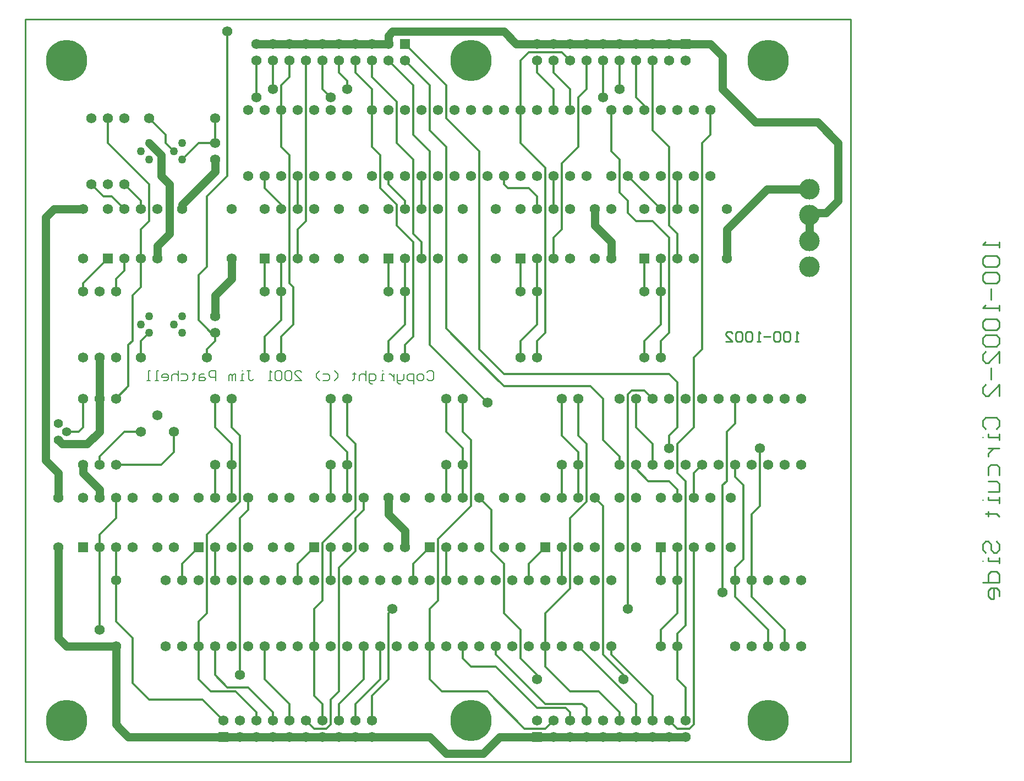
<source format=gbl>
*%FSLAX23Y23*%
*%MOIN*%
G01*
%ADD11C,0.006*%
%ADD12C,0.007*%
%ADD13C,0.008*%
%ADD14C,0.010*%
%ADD15C,0.012*%
%ADD16C,0.020*%
%ADD17C,0.032*%
%ADD18C,0.036*%
%ADD19C,0.050*%
%ADD20C,0.050*%
%ADD21C,0.052*%
%ADD22C,0.054*%
%ADD23C,0.055*%
%ADD24C,0.056*%
%ADD25C,0.059*%
%ADD26C,0.062*%
%ADD27C,0.066*%
%ADD28C,0.070*%
%ADD29C,0.090*%
%ADD30C,0.125*%
%ADD31C,0.129*%
%ADD32C,0.140*%
%ADD33C,0.160*%
%ADD34C,0.250*%
%ADD35C,0.250*%
%ADD36R,0.062X0.062*%
%ADD37R,0.066X0.066*%
D13*
X9191Y8235D02*
X9201Y8245D01*
X9221D01*
X9231Y8235D01*
Y8195D01*
X9221Y8185D01*
X9201D01*
X9191Y8195D01*
X9161Y8185D02*
X9141D01*
X9131Y8195D01*
Y8215D01*
X9141Y8225D01*
X9161D01*
X9171Y8215D01*
Y8195D01*
X9161Y8185D01*
X9111Y8165D02*
Y8225D01*
X9081D01*
X9071Y8215D01*
Y8195D01*
X9081Y8185D01*
X9111D01*
X9051Y8195D02*
Y8225D01*
Y8195D02*
X9041Y8185D01*
X9011D01*
Y8175D01*
X9021Y8165D01*
X9031D01*
X9011Y8185D02*
Y8225D01*
X8991D02*
Y8185D01*
Y8205D01*
X8981Y8215D01*
X8971Y8225D01*
X8961D01*
X8931Y8185D02*
X8911D01*
X8921D01*
Y8225D01*
X8931D01*
X8921Y8245D02*
X8922D01*
X8861Y8165D02*
X8851D01*
X8841Y8175D01*
Y8225D01*
X8871D01*
X8881Y8215D01*
Y8195D01*
X8871Y8185D01*
X8841D01*
X8821D02*
Y8245D01*
Y8215D02*
Y8185D01*
Y8215D02*
X8811Y8225D01*
X8791D01*
X8781Y8215D01*
Y8185D01*
X8751Y8225D02*
Y8235D01*
Y8225D02*
X8761D01*
X8741D01*
X8751D01*
Y8195D01*
X8741Y8185D01*
X8651Y8205D02*
X8631Y8185D01*
X8651Y8205D02*
Y8225D01*
X8631Y8245D01*
X8591Y8225D02*
X8561D01*
X8591D02*
X8601Y8215D01*
Y8195D01*
X8591Y8185D01*
X8561D01*
X8541D02*
X8521Y8205D01*
Y8225D01*
X8541Y8245D01*
X8431Y8185D02*
X8391D01*
X8431D02*
X8391Y8225D01*
Y8235D01*
X8401Y8245D01*
X8421D01*
X8431Y8235D01*
X8371D02*
X8361Y8245D01*
X8341D01*
X8331Y8235D01*
Y8195D01*
X8341Y8185D01*
X8361D01*
X8371Y8195D01*
Y8235D01*
X8311D02*
X8301Y8245D01*
X8281D01*
X8271Y8235D01*
Y8195D01*
X8281Y8185D01*
X8301D01*
X8311Y8195D01*
Y8235D01*
X8251Y8185D02*
X8231D01*
X8241D01*
Y8245D01*
X8242D01*
X8241D02*
X8251Y8235D01*
X8121Y8245D02*
X8101D01*
X8111D02*
X8121D01*
X8111D02*
Y8195D01*
X8121Y8185D01*
X8131D01*
X8141Y8195D01*
X8081Y8185D02*
X8061D01*
X8071D01*
Y8225D01*
X8081D01*
X8071Y8245D02*
X8072D01*
X8031Y8225D02*
Y8185D01*
Y8225D02*
X8021D01*
X8011Y8215D01*
Y8185D01*
Y8215D01*
X8001Y8225D01*
X7991Y8215D01*
Y8185D01*
X7911D02*
Y8245D01*
X7881D01*
X7871Y8235D01*
Y8215D01*
X7881Y8205D01*
X7911D01*
X7841Y8225D02*
X7821D01*
X7811Y8215D01*
Y8185D01*
X7841D01*
X7851Y8195D01*
X7841Y8205D01*
X7811D01*
X7781Y8225D02*
Y8235D01*
Y8225D02*
X7791D01*
X7771D01*
X7781D01*
Y8195D01*
X7771Y8185D01*
X7731Y8225D02*
X7701D01*
X7731D02*
X7741Y8215D01*
Y8195D01*
X7731Y8185D01*
X7701D01*
X7682D02*
Y8245D01*
Y8215D02*
Y8185D01*
Y8215D02*
X7672Y8225D01*
X7652D01*
X7642Y8215D01*
Y8185D01*
X7612D02*
X7592D01*
X7612D02*
X7622Y8195D01*
Y8215D01*
X7612Y8225D01*
X7592D01*
X7582Y8215D01*
Y8205D01*
X7622D01*
X7562Y8185D02*
X7542D01*
X7552D01*
Y8245D01*
X7562D01*
X7512Y8185D02*
X7492D01*
X7502D01*
Y8245D01*
X7512D01*
D14*
X12656Y8992D02*
Y9025D01*
Y9008D02*
Y8992D01*
Y9008D02*
X12556D01*
X12557D01*
X12556D02*
X12573Y9025D01*
Y8942D02*
X12556Y8925D01*
Y8892D01*
X12573Y8875D01*
X12639D01*
X12656Y8892D01*
Y8925D01*
X12639Y8942D01*
X12573D01*
Y8842D02*
X12556Y8825D01*
Y8792D01*
X12573Y8775D01*
X12639D01*
X12656Y8792D01*
Y8825D01*
X12639Y8842D01*
X12573D01*
X12606Y8742D02*
Y8675D01*
X12656Y8642D02*
Y8608D01*
Y8625D01*
X12556D01*
X12557D01*
X12556D02*
X12573Y8642D01*
Y8558D02*
X12556Y8542D01*
Y8508D01*
X12573Y8492D01*
X12639D01*
X12656Y8508D01*
Y8542D01*
X12639Y8558D01*
X12573D01*
Y8459D02*
X12556Y8442D01*
Y8409D01*
X12573Y8392D01*
X12639D01*
X12656Y8409D01*
Y8442D01*
X12639Y8459D01*
X12573D01*
X12656Y8359D02*
Y8292D01*
Y8359D02*
X12589Y8292D01*
X12573D01*
X12556Y8309D01*
Y8342D01*
X12573Y8359D01*
X12606Y8259D02*
Y8192D01*
X12656Y8159D02*
Y8092D01*
Y8159D02*
X12589Y8092D01*
X12573D01*
X12556Y8109D01*
Y8142D01*
X12573Y8159D01*
X12556Y7909D02*
X12573Y7892D01*
X12556Y7909D02*
Y7942D01*
X12573Y7959D01*
X12639D01*
X12656Y7942D01*
Y7909D01*
X12639Y7892D01*
X12656Y7859D02*
Y7825D01*
Y7842D01*
X12589D01*
Y7859D01*
X12556Y7842D02*
X12557D01*
X12589Y7775D02*
X12656D01*
X12623D01*
X12606Y7759D01*
X12589Y7742D01*
Y7725D01*
Y7659D02*
Y7609D01*
Y7659D02*
X12606Y7675D01*
X12639D01*
X12656Y7659D01*
Y7609D01*
X12639Y7575D02*
X12589D01*
X12639D02*
X12656Y7559D01*
Y7509D01*
X12589D01*
X12656Y7476D02*
Y7442D01*
Y7459D01*
X12589D01*
Y7476D01*
X12556Y7459D02*
X12557D01*
X12573Y7376D02*
X12589D01*
Y7392D01*
Y7359D01*
Y7376D01*
X12639D01*
X12656Y7359D01*
X12556Y7159D02*
X12573Y7142D01*
X12556Y7159D02*
Y7192D01*
X12573Y7209D01*
X12589D01*
X12606Y7192D01*
Y7159D01*
X12623Y7142D01*
X12639D01*
X12656Y7159D01*
Y7192D01*
X12639Y7209D01*
X12656Y7109D02*
Y7076D01*
Y7092D01*
X12589D01*
Y7109D01*
X12556Y7092D02*
X12557D01*
X12556Y6959D02*
X12656D01*
Y7009D01*
X12639Y7026D01*
X12606D01*
X12589Y7009D01*
Y6959D01*
X12656Y6909D02*
Y6876D01*
Y6909D02*
X12639Y6926D01*
X12606D01*
X12589Y6909D01*
Y6876D01*
X12606Y6859D01*
X12623D01*
Y6926D01*
X11441Y8420D02*
X11421D01*
X11431D01*
Y8480D01*
X11432D01*
X11431D02*
X11441Y8470D01*
X11391D02*
X11381Y8480D01*
X11361D01*
X11351Y8470D01*
Y8430D01*
X11361Y8420D01*
X11381D01*
X11391Y8430D01*
Y8470D01*
X11331D02*
X11321Y8480D01*
X11301D01*
X11291Y8470D01*
Y8430D01*
X11301Y8420D01*
X11321D01*
X11331Y8430D01*
Y8470D01*
X11271Y8450D02*
X11231D01*
X11211Y8420D02*
X11191D01*
X11201D01*
Y8480D01*
X11202D01*
X11201D02*
X11211Y8470D01*
X11161D02*
X11151Y8480D01*
X11131D01*
X11121Y8470D01*
Y8430D01*
X11131Y8420D01*
X11151D01*
X11161Y8430D01*
Y8470D01*
X11101D02*
X11091Y8480D01*
X11071D01*
X11061Y8470D01*
Y8430D01*
X11071Y8420D01*
X11091D01*
X11101Y8430D01*
Y8470D01*
X11041Y8420D02*
X11001D01*
X11041D02*
X11001Y8460D01*
Y8470D01*
X11011Y8480D01*
X11031D01*
X11041Y8470D01*
X11756Y10375D02*
X6756D01*
Y5875D02*
X11756D01*
Y10375D01*
X6756D02*
Y5875D01*
D15*
X7831Y6250D02*
X7956Y6125D01*
X8031Y6300D02*
X8156Y6175D01*
X8256D02*
X8106Y6325D01*
X8206Y6375D02*
X8356Y6225D01*
X10306Y6525D02*
X10556Y6275D01*
X10456Y6225D02*
X10106Y6575D01*
X10231Y6300D02*
X10356Y6175D01*
X10056Y6300D02*
X9906Y6450D01*
Y6225D02*
X9606Y6525D01*
Y6450D02*
X9856Y6200D01*
X9781Y6075D02*
X9556Y6300D01*
X11156Y6875D02*
X11356Y6675D01*
X11256D02*
X11056Y6875D01*
X10606Y9225D02*
X10431Y9400D01*
X9006Y9875D02*
X8856Y10025D01*
X9756Y9625D02*
X9906Y9475D01*
X7506Y9375D02*
X7256Y9625D01*
X10256Y6525D02*
X10381Y6400D01*
X9206Y9975D02*
X9056Y10125D01*
X9306Y8500D02*
X9481Y8325D01*
X9656Y8150D01*
X9106Y9975D02*
X8956Y10125D01*
X9206Y8400D02*
X9556Y8050D01*
X9281Y10000D02*
X9056Y10225D01*
X9306Y9775D02*
X9506Y9575D01*
Y8375D02*
X9656Y8225D01*
X8806Y6375D02*
X8656Y6225D01*
X8756D02*
X8906Y6375D01*
X7106Y8775D02*
X7256Y8925D01*
X7356Y7875D02*
X7206Y7725D01*
X9256Y7225D02*
X9456Y7425D01*
X10056Y6925D02*
X9906Y6775D01*
X8756Y7400D02*
X8556Y7200D01*
X8056Y7450D02*
X7856Y7250D01*
Y9300D02*
X7981Y9425D01*
X9781Y6075D02*
X9906D01*
X8581D02*
X8506D01*
X10706D02*
X10781D01*
X10031Y6200D02*
X9856D01*
X9906Y6225D02*
X10131D01*
X7106Y8725D02*
Y8775D01*
Y8075D02*
Y7900D01*
X7081Y7875D01*
X7506Y6250D02*
X7831D01*
X7881Y6300D02*
X8031D01*
X7981Y6325D02*
X8106D01*
X10056Y6300D02*
X10231D01*
X9556D02*
X9281D01*
X7206Y7175D02*
Y7250D01*
Y7175D02*
Y6675D01*
Y7675D02*
Y7725D01*
X7306Y6975D02*
Y6725D01*
Y6975D02*
Y7175D01*
Y7350D02*
Y7475D01*
Y8725D02*
Y8800D01*
X7256Y9625D02*
Y9775D01*
X7156Y9375D02*
X7231Y9300D01*
X7306Y6725D02*
X7406Y6625D01*
X7356Y9225D02*
X7281Y9300D01*
X7306Y7350D02*
X7206Y7250D01*
X7306Y8800D02*
X7356Y8850D01*
X7381Y8150D02*
X7306Y8075D01*
X9456Y6450D02*
X9606D01*
X7356Y8850D02*
Y8925D01*
X7406Y6625D02*
Y6350D01*
Y8425D02*
Y8700D01*
X7381Y8400D02*
Y8150D01*
X7456Y8325D02*
Y8425D01*
Y9225D02*
Y9275D01*
X7506Y9375D02*
Y9150D01*
X7456Y9100D02*
Y8925D01*
Y8750D01*
Y9275D02*
X7356Y9375D01*
X7406Y6350D02*
X7506Y6250D01*
X7606Y9675D02*
X7506Y9775D01*
X7456Y8750D02*
X7406Y8700D01*
Y8425D02*
X7381Y8400D01*
X7456Y8425D02*
X7506Y8475D01*
X7456Y9100D02*
X7506Y9150D01*
X7606Y9625D02*
Y9675D01*
X7706Y7075D02*
Y6975D01*
X7656Y7750D02*
Y7875D01*
Y9575D02*
X7606Y9625D01*
X7656Y7750D02*
X7581Y7675D01*
X7806Y7175D02*
X7706Y7075D01*
Y9525D02*
X7806Y9625D01*
Y6575D02*
Y6375D01*
Y6575D02*
Y6725D01*
Y8550D02*
Y8825D01*
X7906Y6575D02*
Y6400D01*
Y6975D02*
Y7175D01*
Y7475D02*
Y7675D01*
Y7900D02*
Y8075D01*
Y8425D02*
Y8475D01*
X7856Y8375D02*
Y8325D01*
Y7250D02*
Y6775D01*
X7906Y9625D02*
Y9775D01*
X7856Y9300D02*
Y8875D01*
X7806Y6375D02*
X7881Y6300D01*
X7856Y8500D02*
X7806Y8550D01*
X7906Y6400D02*
X7981Y6325D01*
X8006Y7800D02*
X7906Y7900D01*
X7881Y8475D02*
X7856Y8500D01*
Y6775D02*
X7806Y6725D01*
Y8825D02*
X7856Y8875D01*
X7906Y8425D02*
X7856Y8375D01*
X7981Y9425D02*
Y10300D01*
X8006Y7675D02*
Y7475D01*
Y7675D02*
Y7800D01*
Y7900D02*
Y8075D01*
X8056Y7850D02*
Y7450D01*
Y7350D02*
Y6400D01*
Y7850D02*
X8006Y7900D01*
X8106Y7400D02*
X8056Y7350D01*
X8106Y7400D02*
Y7475D01*
X8156Y6175D02*
Y6125D01*
Y9900D02*
Y10125D01*
X8206Y6575D02*
Y6375D01*
Y8325D02*
Y8450D01*
Y8725D02*
Y8925D01*
Y9350D02*
Y9425D01*
X8256Y6175D02*
Y6125D01*
Y9950D02*
Y10125D01*
X8206Y9350D02*
X8306Y9250D01*
Y8550D02*
X8206Y8450D01*
X10531Y7575D02*
X10656D01*
X8306Y8550D02*
Y8725D01*
Y8925D01*
Y9225D02*
Y9250D01*
Y9825D02*
Y9975D01*
Y8450D02*
Y8325D01*
Y9600D02*
Y9825D01*
X8356Y6225D02*
Y6125D01*
Y10025D02*
Y10125D01*
X8381Y8750D02*
Y8525D01*
X8356Y8775D02*
Y9550D01*
X8406Y7075D02*
Y6975D01*
Y9225D02*
Y9425D01*
Y9100D02*
Y8925D01*
X8456Y9200D02*
Y10125D01*
Y9200D02*
Y9150D01*
X8356Y9550D02*
X8306Y9600D01*
X8356Y8775D02*
X8381Y8750D01*
X8456Y6125D02*
X8506Y6075D01*
X8306Y9975D02*
X8356Y10025D01*
X8381Y8525D02*
X8306Y8450D01*
X8506Y7175D02*
X8406Y7075D01*
Y9100D02*
X8456Y9150D01*
X7581Y7675D02*
X7306D01*
X8506Y6575D02*
Y6275D01*
Y6575D02*
Y6800D01*
X8556Y6225D02*
Y6125D01*
Y9950D02*
Y10125D01*
Y7200D02*
Y6850D01*
X8606Y6975D02*
Y7175D01*
Y7475D02*
Y7675D01*
Y7850D02*
Y8075D01*
Y6250D02*
Y6100D01*
X8656Y6125D02*
Y6225D01*
Y6300D02*
Y7050D01*
Y10050D02*
Y10125D01*
X8506Y6275D02*
X8556Y6225D01*
X8606Y9900D02*
X8556Y9950D01*
X8606Y7850D02*
X8706Y7750D01*
Y10000D02*
X8656Y10050D01*
X8556Y6850D02*
X8506Y6800D01*
X8606Y6100D02*
X8581Y6075D01*
X8606Y6250D02*
X8656Y6300D01*
Y7050D02*
X8756Y7150D01*
X7456Y7875D02*
X7356D01*
X7081D02*
X7006D01*
X8706Y7675D02*
Y7475D01*
Y7675D02*
Y7750D01*
Y7850D02*
Y8075D01*
Y9950D02*
Y10000D01*
X8756Y6225D02*
Y6125D01*
Y10050D02*
Y10125D01*
Y7800D02*
Y7400D01*
Y7350D02*
Y7150D01*
X8806Y6575D02*
Y6375D01*
Y7400D02*
Y7475D01*
X8856Y9825D02*
Y9950D01*
Y10025D02*
Y10125D01*
Y9825D02*
Y9600D01*
Y6275D02*
Y6125D01*
X8756Y7800D02*
X8706Y7850D01*
X8856Y9950D02*
X8756Y10050D01*
X8856Y9600D02*
X8906Y9550D01*
X8806Y7400D02*
X8756Y7350D01*
X8956Y6375D02*
X8856Y6275D01*
X9656Y8150D02*
X10181D01*
X10431Y8125D02*
X10506D01*
X8906Y6575D02*
Y6375D01*
Y9350D02*
Y9550D01*
X8956Y8925D02*
Y8725D01*
Y8425D02*
Y8325D01*
Y9375D02*
Y9425D01*
Y6775D02*
Y6375D01*
X9056Y8525D02*
Y8725D01*
Y8925D01*
Y9225D02*
Y9275D01*
X9006Y9625D02*
Y9875D01*
X9056Y8400D02*
Y8325D01*
X9006Y9125D02*
Y9225D01*
Y9250D01*
X8906Y9350D01*
X8956Y9375D02*
X9056Y9275D01*
X9106Y9525D02*
X9006Y9625D01*
Y9125D02*
X9106Y9025D01*
X9056Y8525D02*
X8956Y8425D01*
X8981Y6800D02*
X8956Y6775D01*
X9056Y8400D02*
X9106Y8450D01*
X9656Y8225D02*
X10656D01*
X9106Y7075D02*
Y6975D01*
Y9075D02*
Y9525D01*
Y9025D02*
Y8450D01*
Y9675D02*
Y9975D01*
X9156Y9425D02*
Y9225D01*
Y9025D02*
Y8925D01*
X9206Y6575D02*
Y6375D01*
X9256Y6850D02*
Y7225D01*
X9206Y6800D02*
Y6575D01*
Y9700D02*
Y9975D01*
Y9575D02*
Y8400D01*
X9156Y9025D02*
X9106Y9075D01*
X9206Y9575D02*
X9106Y9675D01*
X9206Y6375D02*
X9281Y6300D01*
X9306Y9600D02*
X9206Y9700D01*
Y7175D02*
X9106Y7075D01*
X9256Y6850D02*
X9206Y6800D01*
X7906Y8475D02*
X7881D01*
X9306Y7175D02*
Y6975D01*
Y7475D02*
Y7675D01*
Y7875D02*
Y8075D01*
Y8500D02*
Y9600D01*
Y9775D02*
Y9975D01*
X9406Y6575D02*
Y6500D01*
Y7475D02*
Y7675D01*
Y7775D01*
Y7875D02*
Y8075D01*
X9456Y7825D02*
Y7425D01*
X9406Y7775D02*
X9306Y7875D01*
Y9975D02*
X9281Y10000D01*
X9406Y6500D02*
X9456Y6450D01*
Y7825D02*
X9406Y7875D01*
X9506Y8375D02*
Y9575D01*
X9581Y7400D02*
Y7150D01*
X9606Y6575D02*
Y6525D01*
X9656Y9375D02*
Y9425D01*
Y7075D02*
Y6775D01*
X9581Y7400D02*
X9506Y7475D01*
X9581Y7150D02*
X9656Y7075D01*
X9681Y9350D02*
X9656Y9375D01*
Y6775D02*
X9756Y6675D01*
Y8325D02*
Y8425D01*
Y8725D02*
Y8925D01*
Y9825D02*
Y10125D01*
Y9825D02*
Y9625D01*
Y6675D02*
Y6500D01*
X9806Y6975D02*
Y7075D01*
X9856Y8525D02*
Y8725D01*
Y8925D01*
Y9225D02*
Y9300D01*
Y10050D02*
Y10125D01*
Y8425D02*
Y8325D01*
Y6400D02*
Y6375D01*
Y6400D02*
X9756Y6500D01*
X9856Y9300D02*
X9806Y9350D01*
X9956Y9950D02*
X9856Y10050D01*
Y8525D02*
X9756Y8425D01*
Y10125D02*
X9806Y10175D01*
X9906Y7175D02*
X9806Y7075D01*
X9856Y8425D02*
X9906Y8475D01*
X10456Y9150D02*
X10556D01*
X9906Y6575D02*
Y6450D01*
Y8475D02*
Y9475D01*
Y6775D02*
Y6575D01*
X9956Y9225D02*
Y9425D01*
Y9825D02*
Y9950D01*
Y10050D02*
Y10125D01*
Y9050D02*
Y8925D01*
X10056Y6175D02*
Y6125D01*
X10006Y6975D02*
Y7175D01*
Y7475D02*
Y7675D01*
Y7850D02*
Y8075D01*
X10056Y9825D02*
Y9950D01*
X10006Y9500D02*
Y9100D01*
X10056Y7350D02*
Y6925D01*
Y9950D02*
X9956Y10050D01*
X10031Y6200D02*
X10056Y6175D01*
X10106Y7750D02*
X10006Y7850D01*
X10056Y10125D02*
X10006Y10175D01*
X9956Y6125D02*
X9906Y6075D01*
X9956Y9050D02*
X10006Y9100D01*
Y9500D02*
X10106Y9600D01*
X10081Y7375D02*
X10056Y7350D01*
X9806Y9350D02*
X9681D01*
X7281Y9300D02*
X7231D01*
X10106Y7675D02*
Y7475D01*
Y7675D02*
Y7750D01*
Y9600D02*
Y9900D01*
Y8075D02*
Y7850D01*
X10156Y6200D02*
Y6125D01*
Y9950D02*
Y10125D01*
Y7800D02*
Y7450D01*
X10256Y9900D02*
Y10125D01*
Y7425D02*
Y6525D01*
Y7825D02*
Y8075D01*
X10106Y7850D02*
X10156Y7800D01*
X10131Y6225D02*
X10156Y6200D01*
X10256Y7425D02*
X10206Y7475D01*
X10256Y8075D02*
X10181Y8150D01*
X10256Y7825D02*
X10356Y7725D01*
X10106Y9900D02*
X10156Y9950D01*
Y7450D02*
X10081Y7375D01*
X10306Y6575D02*
Y6525D01*
Y9575D02*
Y9825D01*
X10356Y6175D02*
Y6125D01*
Y9950D02*
Y10125D01*
Y9525D02*
Y9325D01*
Y7725D02*
Y7675D01*
X10406Y9200D02*
Y9275D01*
X10381Y6400D02*
Y6375D01*
X10406Y6800D02*
Y8100D01*
X10356Y9525D02*
X10306Y9575D01*
X10356Y9325D02*
X10406Y9275D01*
X10431Y9400D02*
X10406Y9425D01*
Y9200D02*
X10456Y9150D01*
X10431Y8125D02*
X10406Y8100D01*
X7906Y9625D02*
X7806D01*
X10456Y6225D02*
Y6125D01*
Y7900D02*
Y8075D01*
Y7675D02*
Y7650D01*
Y10025D02*
Y10125D01*
Y10025D02*
Y9900D01*
X10506Y8925D02*
Y8725D01*
Y8425D02*
Y8325D01*
Y9825D02*
Y9850D01*
X10556Y6275D02*
Y6125D01*
Y7675D02*
Y7800D01*
Y9700D02*
Y10125D01*
X10606Y6675D02*
Y6575D01*
Y6975D02*
Y7175D01*
Y8725D02*
Y8925D01*
Y8725D02*
Y8525D01*
Y8425D02*
Y8325D01*
X10456Y7900D02*
X10556Y7800D01*
X10456Y7650D02*
X10531Y7575D01*
X10506Y9850D02*
X10456Y9900D01*
X10506Y8125D02*
X10556Y8075D01*
X10656Y9600D02*
X10556Y9700D01*
Y9150D02*
X10656Y9050D01*
X10606Y8525D02*
X10506Y8425D01*
X10706Y6775D02*
X10606Y6675D01*
Y8425D02*
X10656Y8475D01*
Y9125D02*
Y9600D01*
Y9050D02*
Y8475D01*
Y7850D02*
Y7775D01*
X10706Y6575D02*
Y6375D01*
Y6775D02*
Y6975D01*
Y7175D01*
Y7475D02*
Y7525D01*
Y9225D02*
Y9425D01*
Y9075D02*
Y8925D01*
Y7800D02*
Y7625D01*
Y6650D02*
Y6575D01*
Y7900D02*
Y8175D01*
X10756Y6325D02*
Y6125D01*
Y6700D02*
Y7575D01*
X10806Y7625D02*
Y7475D01*
Y7900D02*
Y8325D01*
Y7175D02*
Y6100D01*
X10706Y7525D02*
X10656Y7575D01*
X10706Y9075D02*
X10656Y9125D01*
Y6125D02*
X10706Y6075D01*
Y8175D02*
X10656Y8225D01*
X10706Y6375D02*
X10756Y6325D01*
Y7575D02*
X10706Y7625D01*
X10656Y7850D02*
X10706Y7900D01*
Y7800D02*
X10806Y7900D01*
X10756Y6700D02*
X10706Y6650D01*
X10806Y7625D02*
X10856Y7675D01*
X10806Y8325D02*
X10856Y8375D01*
X10806Y6100D02*
X10781Y6075D01*
X10856Y8375D02*
Y9625D01*
X10906Y9675D02*
Y9825D01*
X11006Y7875D02*
Y7575D01*
X10981Y7550D02*
Y7350D01*
Y6900D01*
X10856Y9625D02*
X10906Y9675D01*
X11056Y7925D02*
X11006Y7875D01*
Y7575D02*
X10981Y7550D01*
X10006Y10175D02*
X9806D01*
X11056Y6975D02*
Y6875D01*
Y6975D02*
Y7050D01*
Y7600D02*
Y7675D01*
Y7925D02*
Y8075D01*
X11106Y7550D02*
Y7100D01*
X11156Y6975D02*
Y6875D01*
X11206Y7425D02*
Y7775D01*
X11156Y7375D02*
Y6975D01*
X11106Y7550D02*
X11056Y7600D01*
X11106Y7100D02*
X11056Y7050D01*
X11156Y7375D02*
X11206Y7425D01*
X11256Y6675D02*
Y6575D01*
X11356D02*
Y6675D01*
D20*
X11006Y9100D02*
X11250Y9343D01*
X9206Y6025D02*
X9306Y5925D01*
X9731Y10225D02*
X9656Y10300D01*
X7331Y6075D02*
X7381Y6025D01*
X7331Y6075D02*
X7306Y6100D01*
X7006Y6575D02*
X6956Y6625D01*
X6981Y7800D02*
X6956Y7825D01*
X7106Y7625D02*
X7206Y7525D01*
X7581Y9550D02*
X7506Y9625D01*
X7581Y9425D02*
X7631Y9375D01*
X6881Y7700D02*
X6956Y7625D01*
X8956Y7375D02*
X9056Y7275D01*
X10306Y9025D02*
X10206Y9125D01*
X10981Y10150D02*
X10906Y10225D01*
X10981Y9950D02*
X11181Y9750D01*
X11556D02*
X11681Y9625D01*
X9631Y6025D02*
X9531Y5925D01*
X8956Y10275D02*
X8981Y10300D01*
X8006Y8800D02*
X7906Y8700D01*
X7706Y9250D02*
X7906Y9450D01*
X7206Y7875D02*
X7131Y7800D01*
X7556Y9000D02*
X7631Y9075D01*
X6931Y9225D02*
X6881Y9175D01*
X11606Y9200D02*
X11681Y9275D01*
X11531Y9200D02*
X11506Y9175D01*
X9531Y5925D02*
X9306D01*
X10656Y6025D02*
X10756D01*
X10656D02*
X10556D01*
X10456D01*
X10356D01*
X10256D01*
X10156D01*
X10056D01*
X9956D01*
X9856D01*
X8856D02*
X8756D01*
X8656D01*
X8556D01*
X8456D01*
X8356D01*
X8256D01*
X8156D01*
X8056D01*
X7956D01*
X9631D02*
X9856D01*
X9206D02*
X8856D01*
X7956D02*
X7381D01*
X6881Y7700D02*
Y9175D01*
X6956Y7175D02*
Y6625D01*
Y7475D02*
Y7625D01*
X7106D02*
Y7675D01*
X7206Y7875D02*
Y8075D01*
Y8325D01*
Y7525D02*
Y7475D01*
X7306Y6575D02*
Y6100D01*
Y6575D02*
X7006D01*
X7556Y8925D02*
Y9000D01*
X7581Y9425D02*
Y9550D01*
X7631Y9375D02*
Y9075D01*
X7706Y9225D02*
Y9250D01*
X7906Y8700D02*
Y8575D01*
Y9450D02*
Y9525D01*
X8006Y8925D02*
Y8800D01*
X7131Y7800D02*
X6981D01*
X8956Y10225D02*
Y10275D01*
Y7475D02*
Y7375D01*
X9056Y7275D02*
Y7175D01*
X7106Y9225D02*
X6931D01*
X11531Y9200D02*
X11606D01*
X11506Y9343D02*
X11250D01*
X10206Y9225D02*
Y9125D01*
X10306Y9025D02*
Y8925D01*
X11181Y9750D02*
X11556D01*
X10981Y9950D02*
Y10150D01*
X11006Y9100D02*
Y8925D01*
X8256Y10225D02*
X8156D01*
X8256D02*
X8356D01*
X8456D01*
X8556D01*
X8656D01*
X8756D01*
X8856D01*
X8956D01*
X9731D02*
X9856D01*
X9956D01*
X10056D01*
X10156D01*
X10256D01*
X10356D01*
X10456D01*
X10556D01*
X10656D01*
X10756D01*
X10906D01*
X9656Y10300D02*
X8981D01*
X11506Y9175D02*
Y9031D01*
Y9175D02*
Y9187D01*
X11681Y9275D02*
Y9625D01*
X7506D02*
D03*
Y9525D02*
D03*
X7456Y9575D02*
D03*
X7706Y9625D02*
D03*
Y9525D02*
D03*
X7656Y9575D02*
D03*
X7506Y8575D02*
D03*
Y8475D02*
D03*
X7456Y8525D02*
D03*
X7706Y8575D02*
D03*
Y8475D02*
D03*
X7656Y8525D02*
D03*
D23*
X6956Y7925D02*
D03*
X7006Y7875D02*
D03*
X6956Y7825D02*
D03*
D26*
X11206Y7775D02*
D03*
X10981Y6900D02*
D03*
X10656Y7775D02*
D03*
X10356Y9950D02*
D03*
X10406Y6800D02*
D03*
X10381Y6375D02*
D03*
X10256Y9900D02*
D03*
X9856Y6375D02*
D03*
X9556Y8050D02*
D03*
X8981Y6800D02*
D03*
X8706Y9950D02*
D03*
X8606Y9900D02*
D03*
X8156D02*
D03*
X8256Y9950D02*
D03*
X7981Y10300D02*
D03*
X8056Y6400D02*
D03*
X7206Y6675D02*
D03*
X10706Y9425D02*
D03*
Y9825D02*
D03*
X10806D02*
D03*
Y9425D02*
D03*
X10906Y9825D02*
D03*
Y9425D02*
D03*
X9856Y10125D02*
D03*
Y10225D02*
D03*
X9956Y10125D02*
D03*
Y10225D02*
D03*
X10056Y10125D02*
D03*
Y10225D02*
D03*
X10156Y10125D02*
D03*
Y10225D02*
D03*
X10256Y10125D02*
D03*
Y10225D02*
D03*
X10356Y10125D02*
D03*
Y10225D02*
D03*
X10456Y10125D02*
D03*
Y10225D02*
D03*
X10556Y10125D02*
D03*
Y10225D02*
D03*
X10656Y10125D02*
D03*
Y10225D02*
D03*
X10756Y10125D02*
D03*
X10606Y8925D02*
D03*
X10706D02*
D03*
X10806D02*
D03*
Y9225D02*
D03*
X10706D02*
D03*
X10606D02*
D03*
X10506D02*
D03*
X11006Y8925D02*
D03*
Y9225D02*
D03*
X10456Y8075D02*
D03*
Y7675D02*
D03*
X10556D02*
D03*
Y8075D02*
D03*
X11056D02*
D03*
Y7675D02*
D03*
X10606Y9425D02*
D03*
Y9825D02*
D03*
X10506Y9425D02*
D03*
Y9825D02*
D03*
Y8325D02*
D03*
Y8725D02*
D03*
X10606Y8325D02*
D03*
Y8725D02*
D03*
X10656Y8075D02*
D03*
Y7675D02*
D03*
X10756Y8075D02*
D03*
Y7675D02*
D03*
X10856Y8075D02*
D03*
Y7675D02*
D03*
X10956Y8075D02*
D03*
Y7675D02*
D03*
X11456Y8075D02*
D03*
Y7675D02*
D03*
X11356Y8075D02*
D03*
Y7675D02*
D03*
X11256Y8075D02*
D03*
Y7675D02*
D03*
X11156Y8075D02*
D03*
Y7675D02*
D03*
X10706Y7175D02*
D03*
X10806D02*
D03*
X10906D02*
D03*
Y7475D02*
D03*
X10806D02*
D03*
X10706D02*
D03*
X10606D02*
D03*
X10706Y6575D02*
D03*
Y6975D02*
D03*
X10606Y6575D02*
D03*
Y6975D02*
D03*
X11056D02*
D03*
Y6575D02*
D03*
X11156Y6975D02*
D03*
Y6575D02*
D03*
X11256Y6975D02*
D03*
Y6575D02*
D03*
X11356Y6975D02*
D03*
Y6575D02*
D03*
X11456Y6975D02*
D03*
Y6575D02*
D03*
X11031Y7175D02*
D03*
Y7475D02*
D03*
X10456Y7175D02*
D03*
Y7475D02*
D03*
X9056Y10125D02*
D03*
X8956Y10225D02*
D03*
Y10125D02*
D03*
X8856Y10225D02*
D03*
Y10125D02*
D03*
X8756Y10225D02*
D03*
Y10125D02*
D03*
X8656Y10225D02*
D03*
Y10125D02*
D03*
X8556Y10225D02*
D03*
Y10125D02*
D03*
X8456Y10225D02*
D03*
Y10125D02*
D03*
X8356Y10225D02*
D03*
Y10125D02*
D03*
X8256Y10225D02*
D03*
Y10125D02*
D03*
X8156Y10225D02*
D03*
Y10125D02*
D03*
X10406Y9425D02*
D03*
Y9825D02*
D03*
X9656Y9425D02*
D03*
Y9825D02*
D03*
X8956Y9425D02*
D03*
Y9825D02*
D03*
X9256Y9425D02*
D03*
Y9825D02*
D03*
X9356D02*
D03*
Y9425D02*
D03*
X9456Y9825D02*
D03*
Y9425D02*
D03*
X10156Y9825D02*
D03*
Y9425D02*
D03*
X10056Y9825D02*
D03*
Y9425D02*
D03*
X9956D02*
D03*
Y9825D02*
D03*
X10206Y8925D02*
D03*
Y9225D02*
D03*
X9606D02*
D03*
Y8925D02*
D03*
X9406Y8075D02*
D03*
Y7675D02*
D03*
X9306Y8075D02*
D03*
Y7675D02*
D03*
X10106Y8075D02*
D03*
Y7675D02*
D03*
X10006Y8075D02*
D03*
Y7675D02*
D03*
X9856Y8925D02*
D03*
X9956D02*
D03*
X10056D02*
D03*
Y9225D02*
D03*
X9956D02*
D03*
X9856D02*
D03*
X9756D02*
D03*
X9056Y8925D02*
D03*
X9156D02*
D03*
X9256D02*
D03*
Y9225D02*
D03*
X9156D02*
D03*
X9056D02*
D03*
X8956D02*
D03*
X9406Y8925D02*
D03*
Y9225D02*
D03*
X10306D02*
D03*
Y8925D02*
D03*
Y9825D02*
D03*
Y9425D02*
D03*
X9556Y9825D02*
D03*
Y9425D02*
D03*
X9756Y8325D02*
D03*
Y8725D02*
D03*
X9856Y8325D02*
D03*
Y8725D02*
D03*
X9156Y9425D02*
D03*
Y9825D02*
D03*
X9056Y9425D02*
D03*
Y9825D02*
D03*
X8956Y8325D02*
D03*
Y8725D02*
D03*
X9056Y8325D02*
D03*
Y8725D02*
D03*
X9856Y9425D02*
D03*
Y9825D02*
D03*
X9756Y9425D02*
D03*
Y9825D02*
D03*
Y7475D02*
D03*
Y7175D02*
D03*
X10356D02*
D03*
Y7475D02*
D03*
X9056D02*
D03*
Y7175D02*
D03*
X8956D02*
D03*
Y7475D02*
D03*
X9656Y7175D02*
D03*
Y7475D02*
D03*
X9006Y6975D02*
D03*
Y6575D02*
D03*
X9106D02*
D03*
Y6975D02*
D03*
X9206D02*
D03*
Y6575D02*
D03*
X9306Y6975D02*
D03*
Y6575D02*
D03*
X9406D02*
D03*
Y6975D02*
D03*
X9506Y6575D02*
D03*
Y6975D02*
D03*
X9706D02*
D03*
Y6575D02*
D03*
X9806D02*
D03*
Y6975D02*
D03*
X9906D02*
D03*
Y6575D02*
D03*
X10006Y6975D02*
D03*
Y6575D02*
D03*
X10106D02*
D03*
Y6975D02*
D03*
X10206Y6575D02*
D03*
Y6975D02*
D03*
X9306Y7175D02*
D03*
X9406D02*
D03*
X9506D02*
D03*
Y7475D02*
D03*
X9406D02*
D03*
X9306D02*
D03*
X9206D02*
D03*
X10006Y7175D02*
D03*
X10106D02*
D03*
X10206D02*
D03*
Y7475D02*
D03*
X10106D02*
D03*
X10006D02*
D03*
X9906D02*
D03*
X8906Y6975D02*
D03*
Y6575D02*
D03*
X9606Y6975D02*
D03*
Y6575D02*
D03*
X10306Y6975D02*
D03*
Y6575D02*
D03*
X10356Y7675D02*
D03*
Y8075D02*
D03*
X10756Y6125D02*
D03*
Y6025D02*
D03*
X10656Y6125D02*
D03*
Y6025D02*
D03*
X10556Y6125D02*
D03*
Y6025D02*
D03*
X10456Y6125D02*
D03*
Y6025D02*
D03*
X10356Y6125D02*
D03*
Y6025D02*
D03*
X10256Y6125D02*
D03*
Y6025D02*
D03*
X10156Y6125D02*
D03*
Y6025D02*
D03*
X10056Y6125D02*
D03*
Y6025D02*
D03*
X9956Y6125D02*
D03*
Y6025D02*
D03*
X9856Y6125D02*
D03*
X8206Y9425D02*
D03*
Y9825D02*
D03*
X8506Y9425D02*
D03*
Y9825D02*
D03*
X8606D02*
D03*
Y9425D02*
D03*
X8706Y9825D02*
D03*
Y9425D02*
D03*
X7506Y9775D02*
D03*
X7906D02*
D03*
X8606Y8075D02*
D03*
Y7675D02*
D03*
X8706Y8075D02*
D03*
Y7675D02*
D03*
X7906Y8075D02*
D03*
Y7675D02*
D03*
X8006Y8075D02*
D03*
Y7675D02*
D03*
X8806Y9225D02*
D03*
Y8925D02*
D03*
X8006Y9225D02*
D03*
Y8925D02*
D03*
X8306D02*
D03*
X8406D02*
D03*
X8506D02*
D03*
Y9225D02*
D03*
X8406D02*
D03*
X8306D02*
D03*
X8206D02*
D03*
X8656Y8925D02*
D03*
Y9225D02*
D03*
X7856Y8325D02*
D03*
X7456D02*
D03*
X8856Y9825D02*
D03*
Y9425D02*
D03*
X8406D02*
D03*
Y9825D02*
D03*
X8306Y9425D02*
D03*
Y9825D02*
D03*
X7906Y8575D02*
D03*
Y8475D02*
D03*
X8106Y9825D02*
D03*
Y9425D02*
D03*
X8206Y8325D02*
D03*
Y8725D02*
D03*
X8306Y8325D02*
D03*
Y8725D02*
D03*
X7356Y9375D02*
D03*
Y9775D02*
D03*
X7906Y9625D02*
D03*
Y9525D02*
D03*
X7706Y9225D02*
D03*
Y8925D02*
D03*
X7556Y7175D02*
D03*
Y7475D02*
D03*
X7656D02*
D03*
Y7175D02*
D03*
X8256D02*
D03*
Y7475D02*
D03*
X8356D02*
D03*
Y7175D02*
D03*
X8306Y6975D02*
D03*
Y6575D02*
D03*
X8606Y7175D02*
D03*
X8706D02*
D03*
X8806D02*
D03*
Y7475D02*
D03*
X8706D02*
D03*
X8606D02*
D03*
X8506D02*
D03*
X8706Y6575D02*
D03*
Y6975D02*
D03*
X8606D02*
D03*
Y6575D02*
D03*
X8506Y6975D02*
D03*
Y6575D02*
D03*
X8406D02*
D03*
Y6975D02*
D03*
X8806Y6575D02*
D03*
Y6975D02*
D03*
X7606D02*
D03*
Y6575D02*
D03*
X7706D02*
D03*
Y6975D02*
D03*
X7806D02*
D03*
Y6575D02*
D03*
X7906D02*
D03*
Y6975D02*
D03*
X8006D02*
D03*
Y6575D02*
D03*
X8106D02*
D03*
Y6975D02*
D03*
X7906Y7175D02*
D03*
X8006D02*
D03*
X8106D02*
D03*
Y7475D02*
D03*
X8006D02*
D03*
X7906D02*
D03*
X7806D02*
D03*
X8206Y6975D02*
D03*
Y6575D02*
D03*
X7556Y7975D02*
D03*
X7456Y7875D02*
D03*
X7656D02*
D03*
X8856Y6125D02*
D03*
Y6025D02*
D03*
X8756Y6125D02*
D03*
Y6025D02*
D03*
X8656Y6125D02*
D03*
Y6025D02*
D03*
X8556Y6125D02*
D03*
Y6025D02*
D03*
X8456Y6125D02*
D03*
Y6025D02*
D03*
X8356Y6125D02*
D03*
Y6025D02*
D03*
X8256Y6125D02*
D03*
Y6025D02*
D03*
X8156Y6125D02*
D03*
Y6025D02*
D03*
X8056Y6125D02*
D03*
Y6025D02*
D03*
X7956Y6125D02*
D03*
X7256Y9775D02*
D03*
Y9375D02*
D03*
X7206Y7675D02*
D03*
Y8075D02*
D03*
X7106Y8725D02*
D03*
Y8325D02*
D03*
X7206D02*
D03*
Y8725D02*
D03*
X7306D02*
D03*
Y8325D02*
D03*
X7106Y9225D02*
D03*
Y8925D02*
D03*
X7356D02*
D03*
X7456D02*
D03*
X7556D02*
D03*
Y9225D02*
D03*
X7456D02*
D03*
X7356D02*
D03*
X7256D02*
D03*
X7156Y9375D02*
D03*
Y9775D02*
D03*
X6956Y7475D02*
D03*
Y7175D02*
D03*
X7306Y6975D02*
D03*
Y6575D02*
D03*
X7206Y7175D02*
D03*
X7306D02*
D03*
X7406D02*
D03*
Y7475D02*
D03*
X7306D02*
D03*
X7206D02*
D03*
X7106D02*
D03*
Y7675D02*
D03*
Y8075D02*
D03*
X7306D02*
D03*
Y7675D02*
D03*
D30*
X11506Y8875D02*
D03*
Y9343D02*
D03*
Y9187D02*
D03*
Y9031D02*
D03*
D34*
X11256Y10125D02*
D03*
Y6125D02*
D03*
X9456Y10125D02*
D03*
Y6125D02*
D03*
X7006Y10125D02*
D03*
Y6125D02*
D03*
D36*
X10756Y10225D02*
D03*
X10506Y8925D02*
D03*
X10606Y7175D02*
D03*
X9056Y10225D02*
D03*
X9756Y8925D02*
D03*
X8956D02*
D03*
X9206Y7175D02*
D03*
X9906D02*
D03*
X9856Y6025D02*
D03*
X8206Y8925D02*
D03*
X8506Y7175D02*
D03*
X7806D02*
D03*
X7956Y6025D02*
D03*
X7256Y8925D02*
D03*
X7106Y7175D02*
D03*
M02*

</source>
